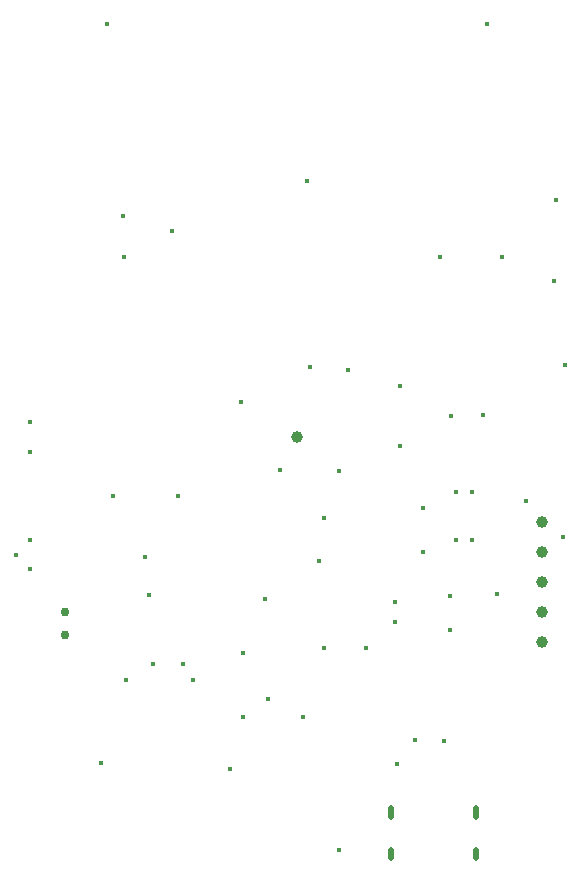
<source format=gbr>
%TF.GenerationSoftware,KiCad,Pcbnew,5.0.2+dfsg1-1*%
%TF.CreationDate,2021-01-30T01:57:20+03:00*%
%TF.ProjectId,LocalTrack,4c6f6361-6c54-4726-9163-6b2e6b696361,1.3*%
%TF.SameCoordinates,PX7270e00PY47868c0*%
%TF.FileFunction,Plated,1,2,PTH,Mixed*%
%TF.FilePolarity,Positive*%
%FSLAX46Y46*%
G04 Gerber Fmt 4.6, Leading zero omitted, Abs format (unit mm)*
G04 Created by KiCad (PCBNEW 5.0.2+dfsg1-1) date Sat 30 Jan 2021 01:57:20 AM MSK*
%MOMM*%
%LPD*%
G01*
G04 APERTURE LIST*
%TA.AperFunction,ViaDrill*%
%ADD10C,0.400000*%
%TD*%
%TA.AperFunction,Slot*%
%ADD11C,0.500000*%
%TD*%
%TA.AperFunction,ComponentDrill*%
%ADD12C,0.750000*%
%TD*%
%TA.AperFunction,ComponentDrill*%
%ADD13C,1.000000*%
%TD*%
G04 APERTURE END LIST*
D10*
X1200000Y-47500000D03*
X2400000Y-36200000D03*
X2400000Y-38800000D03*
X2400000Y-46200000D03*
X2400000Y-48700000D03*
X8400000Y-65100000D03*
X8900000Y-2500000D03*
X9400000Y-42500000D03*
X10200000Y-18800000D03*
X10300000Y-22300000D03*
X10500000Y-58100000D03*
X12100000Y-47700000D03*
X12400000Y-50900000D03*
X12800000Y-56700000D03*
X14400000Y-20100000D03*
X14900000Y-42500000D03*
X15300000Y-56750000D03*
X16200000Y-58100000D03*
X19300000Y-65600000D03*
X20200000Y-34500000D03*
X20400000Y-55750000D03*
X20400000Y-61200000D03*
X22300000Y-51200000D03*
X22500000Y-59700000D03*
X23500000Y-40300000D03*
X25500000Y-61200000D03*
X25800000Y-15800000D03*
X26100000Y-31600000D03*
X26800000Y-48000000D03*
X27300000Y-44400000D03*
X27300000Y-55400000D03*
X28500000Y-40400000D03*
X28500000Y-72500000D03*
X29300000Y-31800000D03*
X30800000Y-55400000D03*
X33300000Y-51500000D03*
X33300000Y-53200000D03*
X33400000Y-65200000D03*
X33700000Y-33150000D03*
X33700000Y-38300000D03*
X35000000Y-63150000D03*
X35600000Y-43500000D03*
X35600000Y-47200000D03*
X37100000Y-22300000D03*
X37400000Y-63200000D03*
X37900000Y-51000000D03*
X37900000Y-53800000D03*
X38000000Y-35700000D03*
X38400000Y-42200000D03*
X38400000Y-46200000D03*
X39800000Y-42200000D03*
X39800000Y-46200000D03*
X40750000Y-35675000D03*
X41100000Y-2500000D03*
X41900000Y-50800000D03*
X42300000Y-22300000D03*
X44400000Y-42900000D03*
X46700000Y-24300000D03*
X46900000Y-17400000D03*
X47500000Y-46000000D03*
X47700000Y-31400000D03*
D11*
%TO.C,J1*%
X32900000Y-69650000D02*
X32900000Y-68950000D01*
X32900000Y-73150000D02*
X32900000Y-72450000D01*
X40100000Y-69650000D02*
X40100000Y-68950000D01*
X40100000Y-73150000D02*
X40100000Y-72450000D01*
D12*
%TO.C,BT1*%
X5300000Y-52300000D03*
X5300000Y-54300000D03*
D13*
%TO.C,CON1*%
X45700000Y-44740000D03*
X45700000Y-47280000D03*
X45700000Y-49820000D03*
X45700000Y-52360000D03*
X45700000Y-54900000D03*
%TO.C,AE2*%
X25000000Y-37500000D03*
M02*

</source>
